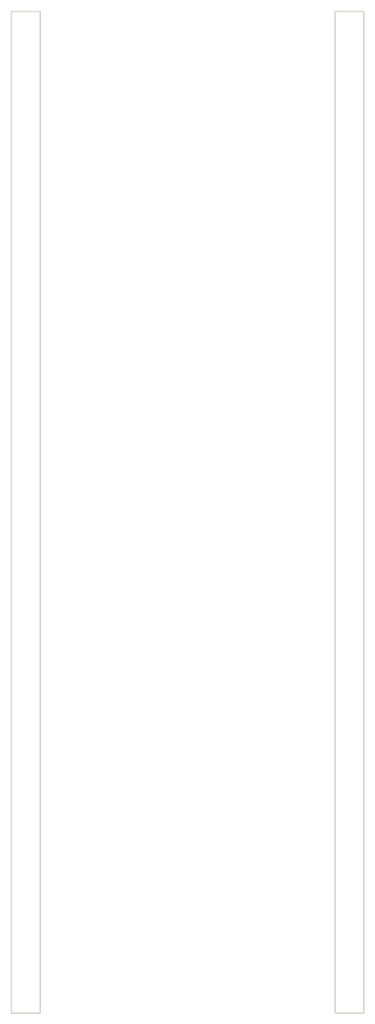
<source format=kicad_pcb>
(kicad_pcb (version 20241229) (generator "pcbnew") (generator_version "9.0")
  (title_block (title "Conn_02x28_Counter_Clockwise") (date "2025-09-29") (rev "V0"))
  (layers (0 "F.Cu" signal) (2 "B.Cu" signal) (13 "F.Paste" user) (15 "B.Paste" user) (5 "F.SilkS" user "F.Silkscreen") (7 "B.SilkS" user "B.Silkscreen") (1 "F.Mask" user) (3 "B.Mask" user) (25 "Edge.Cuts" user))
  (net 0 "")
  (footprint "SamacSys_Parts:PinHeader_1x28_P2.54mm_Vertical" (layer "B.Cu") (at 22.86 0 180)
    (property "Reference" "J2" (hide yes))
    (property "Value" "Pin_Header_01x28")
  )
  (footprint "SamacSys_Parts:PinHeader_1x28_P2.54mm_Vertical" (layer "B.Cu") (at 0 0 180)
    (property "Reference" "J1" (hide yes))
    (property "Value" "Pin_Header_01x28")
  )
  (gr_line (start 1.016 -1.016) (end 1.016 69.596) (stroke (width 0.1)) (layer "Edge.Cuts"))
  (gr_line (start -1.016 -1.016) (end 1.016 -1.016) (stroke (width 0.1)) (layer "Edge.Cuts"))
  (gr_line (start 21.844 -1.016) (end 23.876 -1.016) (stroke (width 0.1)) (layer "Edge.Cuts"))
  (gr_line (start 23.876 -1.016) (end 23.876 69.596) (stroke (width 0.1)) (layer "Edge.Cuts"))
  (gr_line (start 1.016 69.596) (end -1.016 69.596) (stroke (width 0.1)) (layer "Edge.Cuts"))
  (gr_line (start 23.876 69.596) (end 21.844 69.596) (stroke (width 0.1)) (layer "Edge.Cuts"))
  (gr_line (start -1.016 69.596) (end -1.016 -1.016) (stroke (width 0.1)) (layer "Edge.Cuts"))
  (gr_line (start 21.844 69.596) (end 21.844 -1.016) (stroke (width 0.1)) (layer "Edge.Cuts"))
)
</source>
